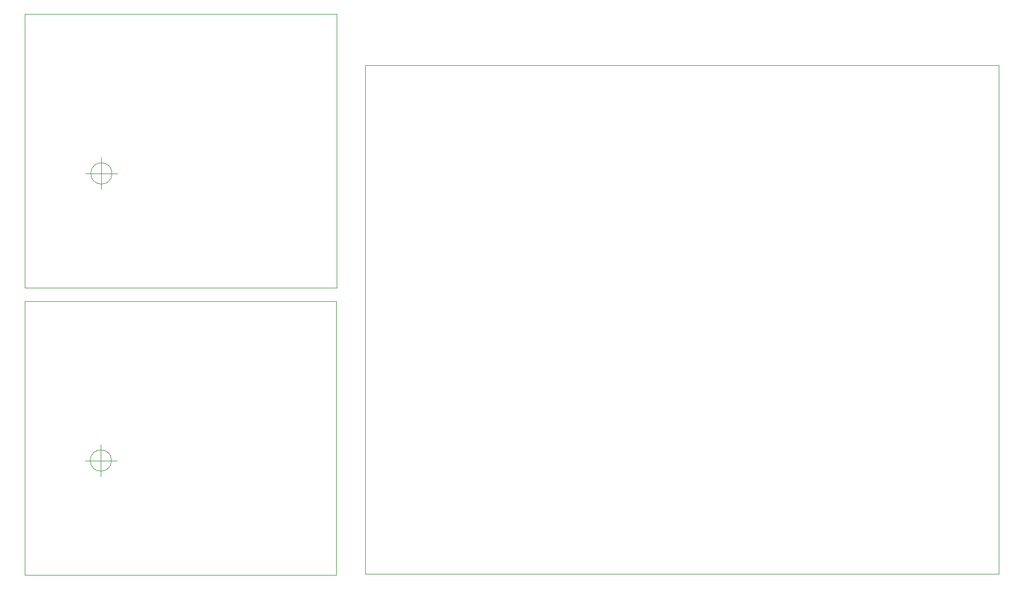
<source format=gbr>
%TF.GenerationSoftware,KiCad,Pcbnew,5.1.10-88a1d61d58~90~ubuntu20.04.1*%
%TF.CreationDate,2021-10-14T14:42:22+02:00*%
%TF.ProjectId,menelaos,6d656e65-6c61-46f7-932e-6b696361645f,rev?*%
%TF.SameCoordinates,Original*%
%TF.FileFunction,Profile,NP*%
%FSLAX46Y46*%
G04 Gerber Fmt 4.6, Leading zero omitted, Abs format (unit mm)*
G04 Created by KiCad (PCBNEW 5.1.10-88a1d61d58~90~ubuntu20.04.1) date 2021-10-14 14:42:22*
%MOMM*%
%LPD*%
G01*
G04 APERTURE LIST*
%TA.AperFunction,Profile*%
%ADD10C,0.050000*%
%TD*%
G04 APERTURE END LIST*
D10*
X104000000Y-113500000D02*
X55000000Y-113500000D01*
X104000000Y-70500000D02*
X104000000Y-113500000D01*
X55000000Y-113500000D02*
X55000000Y-70500000D01*
X55000000Y-70500000D02*
X104000000Y-70500000D01*
X68666666Y-95540000D02*
G75*
G03*
X68666666Y-95540000I-1666666J0D01*
G01*
X64500000Y-95540000D02*
X69500000Y-95540000D01*
X67000000Y-93040000D02*
X67000000Y-98040000D01*
X68586666Y-140640000D02*
G75*
G03*
X68586666Y-140640000I-1666666J0D01*
G01*
X64420000Y-140640000D02*
X69420000Y-140640000D01*
X66920000Y-138140000D02*
X66920000Y-143140000D01*
X54920000Y-115600000D02*
X103920000Y-115600000D01*
X54920000Y-158600000D02*
X54920000Y-115600000D01*
X103920000Y-115600000D02*
X103920000Y-158600000D01*
X103920000Y-158600000D02*
X54920000Y-158600000D01*
X108500000Y-158500000D02*
X108500000Y-78500000D01*
X208000000Y-158500000D02*
X108500000Y-158500000D01*
X208000000Y-78500000D02*
X208000000Y-158500000D01*
X108500000Y-78500000D02*
X208000000Y-78500000D01*
M02*

</source>
